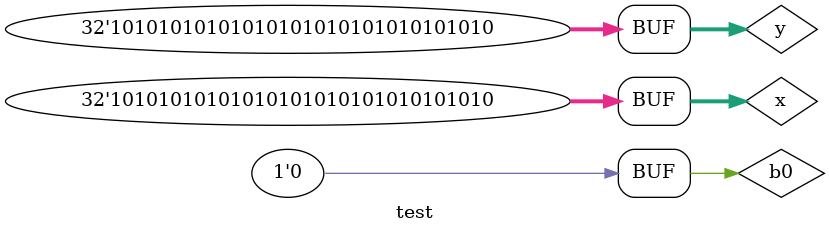
<source format=v>
`timescale 1ns / 1ps


module test;

	// Inputs
	reg [31:0] x;
	reg [31:0] y;
	reg b0;

	// Outputs
	wire b32;
	wire [31:0] d;

	// Instantiate the Unit Under Test (UUT)
	binary_subtractor_32_bit_using_subtractors uut (
		.b32(b32), 
		.d(d), 
		.x(x), 
		.y(y), 
		.b0(b0)
	);

	initial begin
		// Initialize Inputs
		x = 32'b 10101010101010101010101010101010;
		y = 32'b 10101010101010101010101010101010;
		b0 = 0;

		// Wait 100 ns for global reset to finish
		#100;
        
		// Add stimulus here

	end
      
endmodule


</source>
